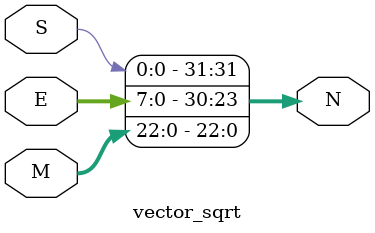
<source format=v>
module vector_sqrt
(
    input           S,              // --> sign
    input   [07:0]  E,              // --> Exponent
    input   [22:0]  M,              // --> Mantissa
    output  [31:0]  N               // --> out vector
);
    
assign N = {S,E,M};

endmodule //vector_sqrt

</source>
